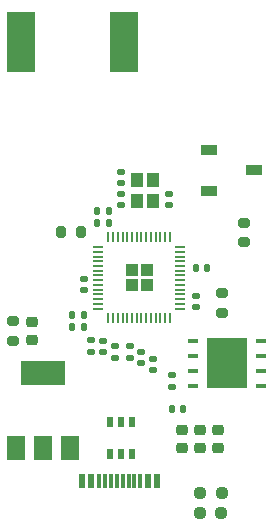
<source format=gbr>
%TF.GenerationSoftware,KiCad,Pcbnew,7.0.2*%
%TF.CreationDate,2023-10-20T21:52:03-04:00*%
%TF.ProjectId,XBee_Joint,58426565-5f4a-46f6-996e-742e6b696361,rev?*%
%TF.SameCoordinates,Original*%
%TF.FileFunction,Paste,Top*%
%TF.FilePolarity,Positive*%
%FSLAX46Y46*%
G04 Gerber Fmt 4.6, Leading zero omitted, Abs format (unit mm)*
G04 Created by KiCad (PCBNEW 7.0.2) date 2023-10-20 21:52:03*
%MOMM*%
%LPD*%
G01*
G04 APERTURE LIST*
G04 Aperture macros list*
%AMRoundRect*
0 Rectangle with rounded corners*
0 $1 Rounding radius*
0 $2 $3 $4 $5 $6 $7 $8 $9 X,Y pos of 4 corners*
0 Add a 4 corners polygon primitive as box body*
4,1,4,$2,$3,$4,$5,$6,$7,$8,$9,$2,$3,0*
0 Add four circle primitives for the rounded corners*
1,1,$1+$1,$2,$3*
1,1,$1+$1,$4,$5*
1,1,$1+$1,$6,$7*
1,1,$1+$1,$8,$9*
0 Add four rect primitives between the rounded corners*
20,1,$1+$1,$2,$3,$4,$5,0*
20,1,$1+$1,$4,$5,$6,$7,0*
20,1,$1+$1,$6,$7,$8,$9,0*
20,1,$1+$1,$8,$9,$2,$3,0*%
G04 Aperture macros list end*
%ADD10RoundRect,0.135000X0.185000X-0.135000X0.185000X0.135000X-0.185000X0.135000X-0.185000X-0.135000X0*%
%ADD11RoundRect,0.200000X-0.200000X-0.275000X0.200000X-0.275000X0.200000X0.275000X-0.200000X0.275000X0*%
%ADD12RoundRect,0.140000X-0.140000X-0.170000X0.140000X-0.170000X0.140000X0.170000X-0.140000X0.170000X0*%
%ADD13RoundRect,0.200000X0.275000X-0.200000X0.275000X0.200000X-0.275000X0.200000X-0.275000X-0.200000X0*%
%ADD14RoundRect,0.140000X0.140000X0.170000X-0.140000X0.170000X-0.140000X-0.170000X0.140000X-0.170000X0*%
%ADD15R,0.600000X1.150000*%
%ADD16R,0.300000X1.150000*%
%ADD17RoundRect,0.140000X-0.170000X0.140000X-0.170000X-0.140000X0.170000X-0.140000X0.170000X0.140000X0*%
%ADD18RoundRect,0.250000X0.292217X0.292217X-0.292217X0.292217X-0.292217X-0.292217X0.292217X-0.292217X0*%
%ADD19RoundRect,0.050000X0.387500X0.050000X-0.387500X0.050000X-0.387500X-0.050000X0.387500X-0.050000X0*%
%ADD20RoundRect,0.050000X0.050000X0.387500X-0.050000X0.387500X-0.050000X-0.387500X0.050000X-0.387500X0*%
%ADD21R,1.406398X0.811200*%
%ADD22RoundRect,0.225000X-0.250000X0.225000X-0.250000X-0.225000X0.250000X-0.225000X0.250000X0.225000X0*%
%ADD23RoundRect,0.140000X0.170000X-0.140000X0.170000X0.140000X-0.170000X0.140000X-0.170000X-0.140000X0*%
%ADD24R,0.965200X0.431800*%
%ADD25R,3.454400X4.343400*%
%ADD26R,1.000000X1.150000*%
%ADD27R,0.558000X0.972299*%
%ADD28RoundRect,0.218750X0.256250X-0.218750X0.256250X0.218750X-0.256250X0.218750X-0.256250X-0.218750X0*%
%ADD29RoundRect,0.200000X-0.275000X0.200000X-0.275000X-0.200000X0.275000X-0.200000X0.275000X0.200000X0*%
%ADD30RoundRect,0.237500X-0.250000X-0.237500X0.250000X-0.237500X0.250000X0.237500X-0.250000X0.237500X0*%
%ADD31RoundRect,0.237500X0.250000X0.237500X-0.250000X0.237500X-0.250000X-0.237500X0.250000X-0.237500X0*%
%ADD32R,1.500000X2.000000*%
%ADD33R,3.800000X2.000000*%
%ADD34R,2.420000X5.080000*%
G04 APERTURE END LIST*
%TO.C,U4*%
G36*
X88077400Y-134611700D02*
G01*
X86550200Y-134611700D01*
X86550200Y-133363900D01*
X88077400Y-133363900D01*
X88077400Y-134611700D01*
G37*
G36*
X88077400Y-133163900D02*
G01*
X86550200Y-133163900D01*
X86550200Y-131916100D01*
X88077400Y-131916100D01*
X88077400Y-133163900D01*
G37*
G36*
X88077400Y-131716100D02*
G01*
X86550200Y-131716100D01*
X86550200Y-130468300D01*
X88077400Y-130468300D01*
X88077400Y-131716100D01*
G37*
G36*
X86350200Y-134611700D02*
G01*
X84823000Y-134611700D01*
X84823000Y-133363900D01*
X86350200Y-133363900D01*
X86350200Y-134611700D01*
G37*
G36*
X86350200Y-133163900D02*
G01*
X84823000Y-133163900D01*
X84823000Y-131916100D01*
X86350200Y-131916100D01*
X86350200Y-133163900D01*
G37*
G36*
X86350200Y-131716100D02*
G01*
X84823000Y-131716100D01*
X84823000Y-130468300D01*
X86350200Y-130468300D01*
X86350200Y-131716100D01*
G37*
%TD*%
D10*
%TO.C,R3*%
X76930000Y-132120000D03*
X76930000Y-131100000D03*
%TD*%
D11*
%TO.C,R4*%
X72405000Y-121430000D03*
X74055000Y-121430000D03*
%TD*%
D12*
%TO.C,C12*%
X83780000Y-124480000D03*
X84740000Y-124480000D03*
%TD*%
D13*
%TO.C,R6*%
X68286250Y-130652500D03*
X68286250Y-129002500D03*
%TD*%
D14*
%TO.C,C15*%
X74300000Y-128465000D03*
X73340000Y-128465000D03*
%TD*%
D15*
%TO.C,J2*%
X74140000Y-142540000D03*
X74940000Y-142540000D03*
D16*
X76090000Y-142540000D03*
X77090000Y-142540000D03*
X77590000Y-142540000D03*
X78590000Y-142540000D03*
D15*
X79740000Y-142540000D03*
X80540000Y-142540000D03*
X80540000Y-142540000D03*
X79740000Y-142540000D03*
D16*
X79090000Y-142540000D03*
X78090000Y-142540000D03*
X76590000Y-142540000D03*
X75590000Y-142540000D03*
D15*
X74940000Y-142540000D03*
X74140000Y-142540000D03*
%TD*%
D14*
%TO.C,C7*%
X76410000Y-119630000D03*
X75450000Y-119630000D03*
%TD*%
D17*
%TO.C,C8*%
X74300000Y-125390000D03*
X74300000Y-126350000D03*
%TD*%
D18*
%TO.C,U1*%
X79622500Y-125947500D03*
X79622500Y-124672500D03*
X78347500Y-125947500D03*
X78347500Y-124672500D03*
D19*
X82422500Y-127910000D03*
X82422500Y-127510000D03*
X82422500Y-127110000D03*
X82422500Y-126710000D03*
X82422500Y-126310000D03*
X82422500Y-125910000D03*
X82422500Y-125510000D03*
X82422500Y-125110000D03*
X82422500Y-124710000D03*
X82422500Y-124310000D03*
X82422500Y-123910000D03*
X82422500Y-123510000D03*
X82422500Y-123110000D03*
X82422500Y-122710000D03*
D20*
X81585000Y-121872500D03*
X81185000Y-121872500D03*
X80785000Y-121872500D03*
X80385000Y-121872500D03*
X79985000Y-121872500D03*
X79585000Y-121872500D03*
X79185000Y-121872500D03*
X78785000Y-121872500D03*
X78385000Y-121872500D03*
X77985000Y-121872500D03*
X77585000Y-121872500D03*
X77185000Y-121872500D03*
X76785000Y-121872500D03*
X76385000Y-121872500D03*
D19*
X75547500Y-122710000D03*
X75547500Y-123110000D03*
X75547500Y-123510000D03*
X75547500Y-123910000D03*
X75547500Y-124310000D03*
X75547500Y-124710000D03*
X75547500Y-125110000D03*
X75547500Y-125510000D03*
X75547500Y-125910000D03*
X75547500Y-126310000D03*
X75547500Y-126710000D03*
X75547500Y-127110000D03*
X75547500Y-127510000D03*
X75547500Y-127910000D03*
D20*
X76385000Y-128747500D03*
X76785000Y-128747500D03*
X77185000Y-128747500D03*
X77585000Y-128747500D03*
X77985000Y-128747500D03*
X78385000Y-128747500D03*
X78785000Y-128747500D03*
X79185000Y-128747500D03*
X79585000Y-128747500D03*
X79985000Y-128747500D03*
X80385000Y-128747500D03*
X80785000Y-128747500D03*
X81185000Y-128747500D03*
X81585000Y-128747500D03*
%TD*%
D21*
%TO.C,SW2*%
X84870000Y-114452798D03*
X84870000Y-117952802D03*
X88754600Y-116202800D03*
%TD*%
D22*
%TO.C,C16*%
X84140000Y-138170000D03*
X84140000Y-139720000D03*
%TD*%
D23*
%TO.C,C9*%
X83800000Y-127790000D03*
X83800000Y-126830000D03*
%TD*%
%TO.C,C2*%
X81530000Y-119185000D03*
X81530000Y-118225000D03*
%TD*%
D24*
%TO.C,U4*%
X89320400Y-134445000D03*
X89320400Y-133175000D03*
X89320400Y-131905000D03*
X89320400Y-130635000D03*
X83580000Y-130635000D03*
X83580000Y-131905000D03*
X83580000Y-133175000D03*
X83580000Y-134445000D03*
D25*
X86450200Y-132540000D03*
%TD*%
D22*
%TO.C,C18*%
X82610000Y-138175000D03*
X82610000Y-139725000D03*
%TD*%
D23*
%TO.C,C3*%
X77440000Y-117295000D03*
X77440000Y-116335000D03*
%TD*%
D13*
%TO.C,R8*%
X85990000Y-128265000D03*
X85990000Y-126615000D03*
%TD*%
D22*
%TO.C,C17*%
X85670000Y-138175000D03*
X85670000Y-139725000D03*
%TD*%
D17*
%TO.C,C11*%
X80170000Y-132155000D03*
X80170000Y-133115000D03*
%TD*%
D26*
%TO.C,Y1*%
X78785000Y-117040000D03*
X78785000Y-118790000D03*
X80185000Y-118790000D03*
X80185000Y-117040000D03*
%TD*%
D14*
%TO.C,C13*%
X82700000Y-136410000D03*
X81740000Y-136410000D03*
%TD*%
D27*
%TO.C,U5*%
X78390001Y-137507549D03*
X77440000Y-137507549D03*
X76489999Y-137507549D03*
X76489999Y-140232451D03*
X77440000Y-140232451D03*
X78390001Y-140232451D03*
%TD*%
D17*
%TO.C,R1*%
X77430000Y-118225000D03*
X77430000Y-119185000D03*
%TD*%
D28*
%TO.C,D1*%
X69876250Y-130615000D03*
X69876250Y-129040000D03*
%TD*%
D14*
%TO.C,C4*%
X76420000Y-120630000D03*
X75460000Y-120630000D03*
%TD*%
D17*
%TO.C,C1*%
X81760000Y-133565000D03*
X81760000Y-134525000D03*
%TD*%
D29*
%TO.C,R7*%
X87900000Y-120655000D03*
X87900000Y-122305000D03*
%TD*%
D30*
%TO.C,R10*%
X84137500Y-143540000D03*
X85962500Y-143540000D03*
%TD*%
D10*
%TO.C,R2*%
X78180000Y-132130000D03*
X78180000Y-131110000D03*
%TD*%
D31*
%TO.C,R9*%
X85952500Y-145200000D03*
X84127500Y-145200000D03*
%TD*%
D32*
%TO.C,U2*%
X68560000Y-139680000D03*
X70860000Y-139680000D03*
D33*
X70860000Y-133380000D03*
D32*
X73160000Y-139680000D03*
%TD*%
D17*
%TO.C,C10*%
X79180000Y-131565000D03*
X79180000Y-132525000D03*
%TD*%
%TO.C,C5*%
X75910000Y-130620000D03*
X75910000Y-131580000D03*
%TD*%
D14*
%TO.C,C14*%
X74300000Y-129505000D03*
X73340000Y-129505000D03*
%TD*%
D17*
%TO.C,C6*%
X74920000Y-130610000D03*
X74920000Y-131570000D03*
%TD*%
D34*
%TO.C,AE1*%
X77730000Y-105360000D03*
X68970000Y-105360000D03*
%TD*%
M02*

</source>
